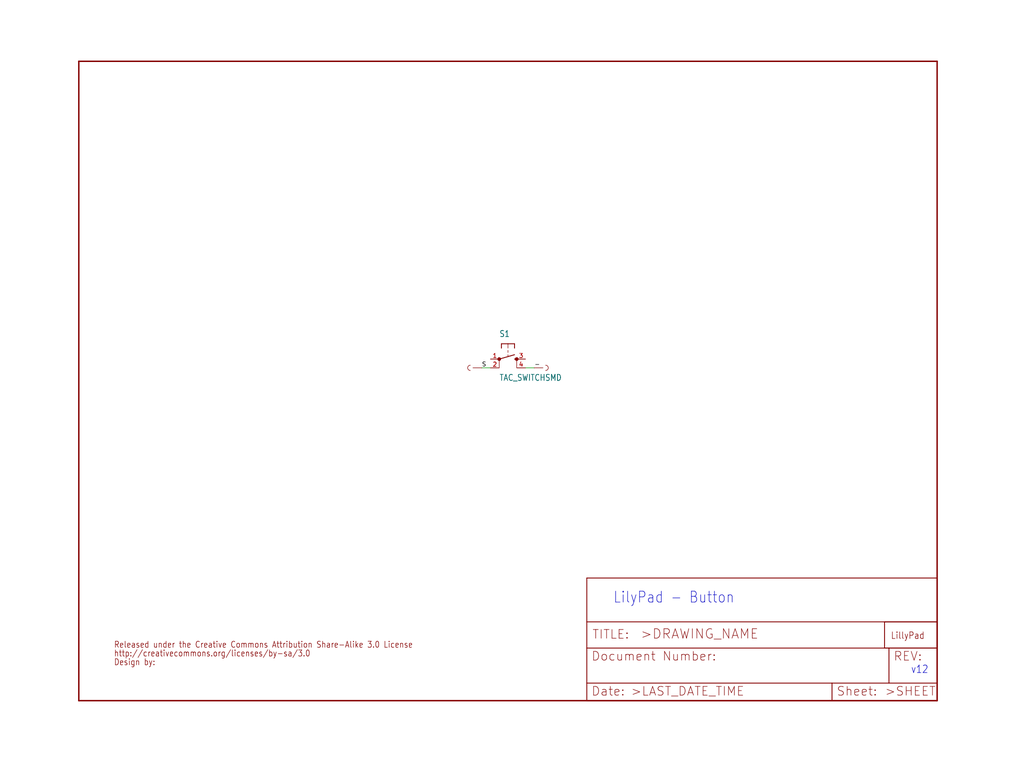
<source format=kicad_sch>
(kicad_sch (version 20211123) (generator eeschema)
  (paper "User" 297.002 223.926)
  (lib_symbols
    (symbol "eagleSchem-eagle-import:CREATIVE_COMMONS"
      (symbol "CREATIVE_COMMONS_1_0"
        (text "Design by:" (at 0 0 0) (effects (font (size 1.778 1.5113)) (justify left bottom)))
        (text "http://creativecommons.org/licenses/by-sa/3.0" (at 0 2.54 0) (effects (font (size 1.778 1.5113)) (justify left bottom)))
        (text "Released under the Creative Commons Attribution Share-Alike 3.0 License" (at 0 5.08 0) (effects (font (size 1.778 1.5113)) (justify left bottom)))
      )
    )
    (symbol "eagleSchem-eagle-import:FRAME-LETTER"
      (symbol "FRAME-LETTER_1_0"
        (polyline (pts (xy 0 0) (xy 248.92 0)) (stroke (width 0.4064)))
        (polyline (pts (xy 0 185.42) (xy 0 0)) (stroke (width 0.4064)))
        (polyline (pts (xy 0 185.42) (xy 248.92 185.42)) (stroke (width 0.4064)))
        (polyline (pts (xy 248.92 185.42) (xy 248.92 0)) (stroke (width 0.4064)))
      )
      (symbol "FRAME-LETTER_2_0"
        (polyline (pts (xy 0 0) (xy 0 5.08)) (stroke (width 0.254)))
        (polyline (pts (xy 0 0) (xy 71.12 0)) (stroke (width 0.254)))
        (polyline (pts (xy 0 5.08) (xy 0 15.24)) (stroke (width 0.254)))
        (polyline (pts (xy 0 5.08) (xy 71.12 5.08)) (stroke (width 0.254)))
        (polyline (pts (xy 0 15.24) (xy 0 22.86)) (stroke (width 0.254)))
        (polyline (pts (xy 0 22.86) (xy 0 35.56)) (stroke (width 0.254)))
        (polyline (pts (xy 0 22.86) (xy 101.6 22.86)) (stroke (width 0.254)))
        (polyline (pts (xy 71.12 0) (xy 101.6 0)) (stroke (width 0.254)))
        (polyline (pts (xy 71.12 5.08) (xy 71.12 0)) (stroke (width 0.254)))
        (polyline (pts (xy 71.12 5.08) (xy 87.63 5.08)) (stroke (width 0.254)))
        (polyline (pts (xy 87.63 5.08) (xy 101.6 5.08)) (stroke (width 0.254)))
        (polyline (pts (xy 87.63 15.24) (xy 0 15.24)) (stroke (width 0.254)))
        (polyline (pts (xy 87.63 15.24) (xy 87.63 5.08)) (stroke (width 0.254)))
        (polyline (pts (xy 101.6 5.08) (xy 101.6 0)) (stroke (width 0.254)))
        (polyline (pts (xy 101.6 15.24) (xy 87.63 15.24)) (stroke (width 0.254)))
        (polyline (pts (xy 101.6 15.24) (xy 101.6 5.08)) (stroke (width 0.254)))
        (polyline (pts (xy 101.6 22.86) (xy 101.6 15.24)) (stroke (width 0.254)))
        (polyline (pts (xy 101.6 35.56) (xy 0 35.56)) (stroke (width 0.254)))
        (polyline (pts (xy 101.6 35.56) (xy 101.6 22.86)) (stroke (width 0.254)))
        (text ">DRAWING_NAME" (at 15.494 17.78 0) (effects (font (size 2.7432 2.7432)) (justify left bottom)))
        (text ">LAST_DATE_TIME" (at 12.7 1.27 0) (effects (font (size 2.54 2.54)) (justify left bottom)))
        (text ">SHEET" (at 86.36 1.27 0) (effects (font (size 2.54 2.54)) (justify left bottom)))
        (text "Date:" (at 1.27 1.27 0) (effects (font (size 2.54 2.54)) (justify left bottom)))
        (text "Document Number:" (at 1.27 11.43 0) (effects (font (size 2.54 2.54)) (justify left bottom)))
        (text "REV:" (at 88.9 11.43 0) (effects (font (size 2.54 2.54)) (justify left bottom)))
        (text "Sheet:" (at 72.39 1.27 0) (effects (font (size 2.54 2.54)) (justify left bottom)))
        (text "TITLE:" (at 1.524 17.78 0) (effects (font (size 2.54 2.54)) (justify left bottom)))
      )
    )
    (symbol "eagleSchem-eagle-import:LOGO-LPL"
      (symbol "LOGO-LPL_1_0"
        (polyline (pts (xy -2.54 -2.54) (xy 12.7 -2.54)) (stroke (width 0.254)))
        (polyline (pts (xy -2.54 5.08) (xy -2.54 -2.54)) (stroke (width 0.254)))
        (polyline (pts (xy 12.7 -2.54) (xy 12.7 5.08)) (stroke (width 0.254)))
        (polyline (pts (xy 12.7 5.08) (xy -2.54 5.08)) (stroke (width 0.254)))
        (text "LillyPad" (at -0.762 0 0) (effects (font (size 1.9304 1.6408)) (justify left bottom)))
      )
    )
    (symbol "eagleSchem-eagle-import:SEWTAP8"
      (symbol "SEWTAP8_1_0"
        (polyline (pts (xy 0 0) (xy -2.54 0)) (stroke (width 0.1524)))
        (arc (start 0.762 -0.762) (mid 1.524 0) (end 0.762 0.762) (stroke (width 0.1524)))
        (pin bidirectional line (at -2.54 0 180) (length 0) (name "1") (number "1"))
      )
    )
    (symbol "eagleSchem-eagle-import:TAC_SWITCHSMD"
      (property "Reference" "S" (at -2.54 6.35 0))
      (property "Value" "TAC_SWITCHSMD" (at -2.54 -6.35 0))
      (symbol "TAC_SWITCHSMD_1_0"
        (circle (center -2.54 0) (radius 0.127) (stroke (width 0.4064)))
        (polyline (pts (xy -2.54 -2.54) (xy -2.54 0)) (stroke (width 0.1524)))
        (polyline (pts (xy -2.54 0) (xy 1.905 1.27)) (stroke (width 0.254)))
        (polyline (pts (xy -1.905 4.445) (xy -1.905 3.175)) (stroke (width 0.254)))
        (polyline (pts (xy 0 1.27) (xy 0 0.635)) (stroke (width 0.1524)))
        (polyline (pts (xy 0 2.54) (xy 0 1.905)) (stroke (width 0.1524)))
        (polyline (pts (xy 0 4.445) (xy -1.905 4.445)) (stroke (width 0.254)))
        (polyline (pts (xy 0 4.445) (xy 0 3.175)) (stroke (width 0.1524)))
        (polyline (pts (xy 1.905 0) (xy 2.54 0)) (stroke (width 0.254)))
        (polyline (pts (xy 1.905 4.445) (xy 0 4.445)) (stroke (width 0.254)))
        (polyline (pts (xy 1.905 4.445) (xy 1.905 3.175)) (stroke (width 0.254)))
        (polyline (pts (xy 2.54 -2.54) (xy 2.54 0)) (stroke (width 0.1524)))
        (circle (center 2.54 0) (radius 0.127) (stroke (width 0.4064)))
        (pin passive line (at -5.08 0 0) (length 2.54) (name "1") (number "1"))
        (pin passive line (at -5.08 -2.54 0) (length 2.54) (name "2") (number "2"))
        (pin passive line (at 5.08 0 180) (length 2.54) (name "3") (number "3"))
        (pin passive line (at 5.08 -2.54 180) (length 2.54) (name "4") (number "4"))
      )
    )
  )
  (wire (pts (xy 139.7 106.68) (xy 142.24 106.68)))
  (wire (pts (xy 154.94 106.68) (xy 152.4 106.68)))
  (text "LilyPad - Button" (at 177.8 175.26 180) (effects (font (size 3.175 2.6987)) (justify left bottom)))
  (text "v12" (at 264.16 195.58 180) (effects (font (size 2.1844 1.8567)) (justify left bottom)))
  (label "S" (at 139.7 106.68 0) (effects (font (size 1.2446 1.2446))))
  (label "-" (at 154.94 106.68 0) (effects (font (size 1.2446 1.2446))))
  (symbol (lib_id "eagleSchem-eagle-import:SEWTAP8") (at 157.48 106.68 0) (unit 1)
    (property "Reference" "BUTTON-0" (effects hide))
    (property "Value" "SEWTAP8" (effects hide))
    (property "Footprint" "eagleSchem:PETAL-MEDIUM-2SIDE" (effects hide))
  )
  (symbol (lib_id "eagleSchem-eagle-import:FRAME-LETTER") (at 170.18 203.2 0) (unit 2)
    (property "Reference" "#FRAME1" (effects hide))
    (property "Value" "FRAME-LETTER" (effects hide))
    (property "Footprint" "eagleSchem:" (effects hide))
  )
  (symbol (lib_id "eagleSchem-eagle-import:LOGO-LPL") (at 259.08 185.42 0) (unit 1)
    (property "Reference" "LOGO1" (effects hide))
    (property "Value" "LOGO-LPL" (effects hide))
    (property "Footprint" "eagleSchem:LOGO-L" (effects hide))
  )
  (symbol (lib_id "eagleSchem-eagle-import:SEWTAP8") (at 137.16 106.68 180) (unit 1)
    (property "Reference" "BUTTONS0" (effects hide))
    (property "Value" "SEWTAP8" (effects hide))
    (property "Footprint" "eagleSchem:PETAL-MEDIUM-2SIDE" (effects hide))
  )
  (symbol (lib_id "eagleSchem-eagle-import:TAC_SWITCHSMD") (at 147.32 104.14 0) (unit 1)
    (property "Reference" "S1" (at 144.78 97.79 0) (effects (font (size 1.778 1.5113)) (justify left bottom)))
    (property "Value" "TAC_SWITCHSMD" (at 144.78 110.49 0) (effects (font (size 1.778 1.5113)) (justify left bottom)))
    (property "Footprint" "eagleSchem:TACTILE_SWITCH_SMD" (effects hide))
  )
  (symbol (lib_id "eagleSchem-eagle-import:FRAME-LETTER") (at 22.86 203.2 0) (unit 1)
    (property "Reference" "#FRAME1" (effects hide))
    (property "Value" "FRAME-LETTER" (effects hide))
    (property "Footprint" "eagleSchem:" (effects hide))
  )
  (symbol (lib_id "eagleSchem-eagle-import:CREATIVE_COMMONS") (at 33.02 193.04 0) (unit 1)
    (property "Reference" "U$1" (effects hide))
    (property "Value" "CREATIVE_COMMONS" (effects hide))
    (property "Footprint" "eagleSchem:CREATIVE_COMMONS" (effects hide))
  )
)
</source>
